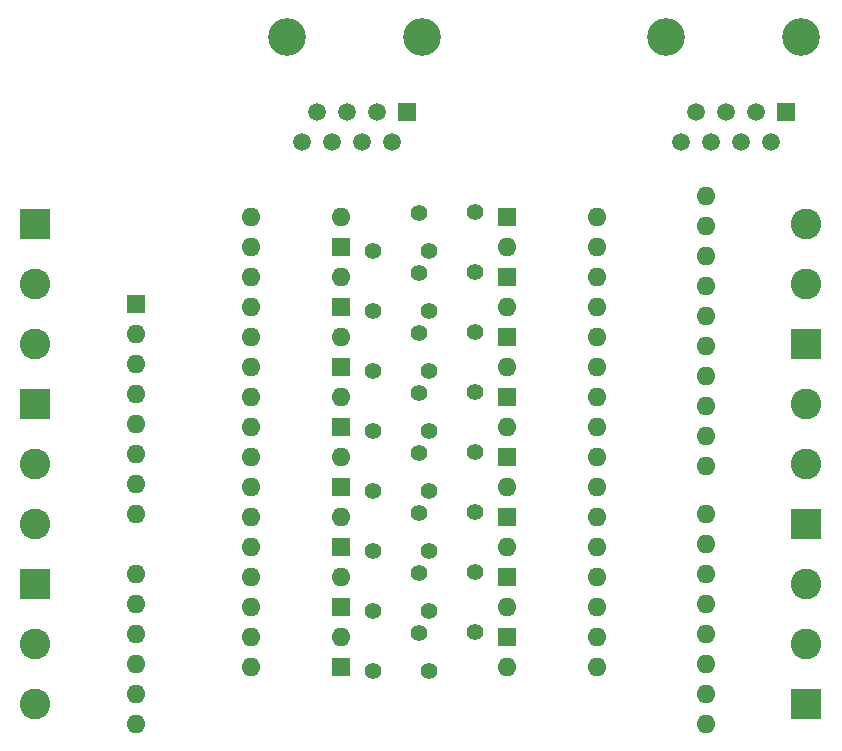
<source format=gbr>
%TF.GenerationSoftware,KiCad,Pcbnew,8.0.2*%
%TF.CreationDate,2024-05-20T23:24:51+02:00*%
%TF.ProjectId,S88_UNO_SHIELD,5338385f-554e-44f5-9f53-4849454c442e,rev?*%
%TF.SameCoordinates,Original*%
%TF.FileFunction,Soldermask,Bot*%
%TF.FilePolarity,Negative*%
%FSLAX46Y46*%
G04 Gerber Fmt 4.6, Leading zero omitted, Abs format (unit mm)*
G04 Created by KiCad (PCBNEW 8.0.2) date 2024-05-20 23:24:51*
%MOMM*%
%LPD*%
G01*
G04 APERTURE LIST*
G04 Aperture macros list*
%AMHorizOval*
0 Thick line with rounded ends*
0 $1 width*
0 $2 $3 position (X,Y) of the first rounded end (center of the circle)*
0 $4 $5 position (X,Y) of the second rounded end (center of the circle)*
0 Add line between two ends*
20,1,$1,$2,$3,$4,$5,0*
0 Add two circle primitives to create the rounded ends*
1,1,$1,$2,$3*
1,1,$1,$4,$5*%
G04 Aperture macros list end*
%ADD10R,1.600000X1.600000*%
%ADD11O,1.600000X1.600000*%
%ADD12C,1.400000*%
%ADD13HorizOval,1.400000X0.000000X0.000000X0.000000X0.000000X0*%
%ADD14R,2.600000X2.600000*%
%ADD15C,2.600000*%
%ADD16HorizOval,1.400000X0.000000X0.000000X0.000000X0.000000X0*%
%ADD17C,3.200000*%
%ADD18R,1.500000X1.500000*%
%ADD19C,1.500000*%
G04 APERTURE END LIST*
D10*
%TO.C,U702*%
X60800000Y-112781000D03*
D11*
X60800000Y-110241000D03*
X53180000Y-110241000D03*
X53180000Y-112781000D03*
%TD*%
D10*
%TO.C,U1402*%
X74841000Y-79756000D03*
D11*
X74841000Y-82296000D03*
X82461000Y-82296000D03*
X82461000Y-79756000D03*
%TD*%
D12*
%TO.C,R1301*%
X67368506Y-79411639D03*
D13*
X63477000Y-82677000D03*
%TD*%
D14*
%TO.C,J301*%
X34925000Y-110871000D03*
D15*
X34925000Y-115951000D03*
X34925000Y-121031000D03*
%TD*%
D10*
%TO.C,U1602*%
X74841000Y-89916000D03*
D11*
X74841000Y-92456000D03*
X82461000Y-92456000D03*
X82461000Y-89916000D03*
%TD*%
D10*
%TO.C,U1502*%
X74841000Y-84836000D03*
D11*
X74841000Y-87376000D03*
X82461000Y-87376000D03*
X82461000Y-84836000D03*
%TD*%
D12*
%TO.C,R2001*%
X68272494Y-113125361D03*
D16*
X72164000Y-109860000D03*
%TD*%
D10*
%TO.C,U2002*%
X74841000Y-110236000D03*
D11*
X74841000Y-112776000D03*
X82461000Y-112776000D03*
X82461000Y-110236000D03*
%TD*%
D14*
%TO.C,J402*%
X100203000Y-105791000D03*
D15*
X100203000Y-100711000D03*
X100203000Y-95631000D03*
%TD*%
D10*
%TO.C,U602*%
X60800000Y-117861000D03*
D11*
X60800000Y-115321000D03*
X53180000Y-115321000D03*
X53180000Y-117861000D03*
%TD*%
D10*
%TO.C,U1302*%
X60800000Y-82301000D03*
D11*
X60800000Y-79761000D03*
X53180000Y-79761000D03*
X53180000Y-82301000D03*
%TD*%
D14*
%TO.C,J303*%
X34925000Y-80391000D03*
D15*
X34925000Y-85471000D03*
X34925000Y-90551000D03*
%TD*%
D12*
%TO.C,R601*%
X67368506Y-114971639D03*
D13*
X63477000Y-118237000D03*
%TD*%
D10*
%TO.C,U802*%
X60800000Y-107701000D03*
D11*
X60800000Y-105161000D03*
X53180000Y-105161000D03*
X53180000Y-107701000D03*
%TD*%
D14*
%TO.C,J302*%
X34925000Y-95631000D03*
D15*
X34925000Y-100711000D03*
X34925000Y-105791000D03*
%TD*%
D14*
%TO.C,J401*%
X100203000Y-90551000D03*
D15*
X100203000Y-85471000D03*
X100203000Y-80391000D03*
%TD*%
D12*
%TO.C,R1401*%
X68272494Y-82645361D03*
D16*
X72164000Y-79380000D03*
%TD*%
D12*
%TO.C,R1701*%
X68272494Y-97885361D03*
D16*
X72164000Y-94620000D03*
%TD*%
D12*
%TO.C,R701*%
X67368506Y-109891639D03*
D13*
X63477000Y-113157000D03*
%TD*%
D10*
%TO.C,U1702*%
X74841000Y-94996000D03*
D11*
X74841000Y-97536000D03*
X82461000Y-97536000D03*
X82461000Y-94996000D03*
%TD*%
D17*
%TO.C,J502*%
X67655500Y-64536000D03*
X56225500Y-64536000D03*
D18*
X66385500Y-70886000D03*
D19*
X65115500Y-73426000D03*
X63845500Y-70886000D03*
X62575500Y-73426000D03*
X61305500Y-70886000D03*
X60035500Y-73426000D03*
X58765500Y-70886000D03*
X57495500Y-73426000D03*
%TD*%
D12*
%TO.C,R1501*%
X68272494Y-87725361D03*
D16*
X72164000Y-84460000D03*
%TD*%
D12*
%TO.C,R1801*%
X68272494Y-102965361D03*
D16*
X72164000Y-99700000D03*
%TD*%
D10*
%TO.C,U1902*%
X74841000Y-105156000D03*
D11*
X74841000Y-107696000D03*
X82461000Y-107696000D03*
X82461000Y-105156000D03*
%TD*%
D12*
%TO.C,R2101*%
X68272494Y-118205361D03*
D16*
X72164000Y-114940000D03*
%TD*%
D12*
%TO.C,R1001*%
X67368506Y-94651639D03*
D13*
X63477000Y-97917000D03*
%TD*%
D14*
%TO.C,J403*%
X100203000Y-121031000D03*
D15*
X100203000Y-115951000D03*
X100203000Y-110871000D03*
%TD*%
D12*
%TO.C,R1101*%
X67368506Y-89571639D03*
D13*
X63477000Y-92837000D03*
%TD*%
D10*
%TO.C,U2102*%
X74841000Y-115316000D03*
D11*
X74841000Y-117856000D03*
X82461000Y-117856000D03*
X82461000Y-115316000D03*
%TD*%
D17*
%TO.C,J501*%
X99786500Y-64536000D03*
X88356500Y-64536000D03*
D18*
X98516500Y-70886000D03*
D19*
X97246500Y-73426000D03*
X95976500Y-70886000D03*
X94706500Y-73426000D03*
X93436500Y-70886000D03*
X92166500Y-73426000D03*
X90896500Y-70886000D03*
X89626500Y-73426000D03*
%TD*%
D10*
%TO.C,U1102*%
X60800000Y-92461000D03*
D11*
X60800000Y-89921000D03*
X53180000Y-89921000D03*
X53180000Y-92461000D03*
%TD*%
D10*
%TO.C,U1002*%
X60800000Y-97541000D03*
D11*
X60800000Y-95001000D03*
X53180000Y-95001000D03*
X53180000Y-97541000D03*
%TD*%
D12*
%TO.C,R901*%
X67368506Y-99731639D03*
D13*
X63477000Y-102997000D03*
%TD*%
D12*
%TO.C,R1601*%
X68272494Y-92805361D03*
D16*
X72164000Y-89540000D03*
%TD*%
D12*
%TO.C,R801*%
X67368506Y-104811639D03*
D13*
X63477000Y-108077000D03*
%TD*%
D12*
%TO.C,R1201*%
X67368506Y-84491639D03*
D13*
X63477000Y-87757000D03*
%TD*%
D10*
%TO.C,U1202*%
X60800000Y-87381000D03*
D11*
X60800000Y-84841000D03*
X53180000Y-84841000D03*
X53180000Y-87381000D03*
%TD*%
D10*
%TO.C,U902*%
X60800000Y-102621000D03*
D11*
X60800000Y-100081000D03*
X53180000Y-100081000D03*
X53180000Y-102621000D03*
%TD*%
D12*
%TO.C,R1901*%
X68272494Y-108045361D03*
D16*
X72164000Y-104780000D03*
%TD*%
D10*
%TO.C,U1802*%
X74841000Y-100076000D03*
D11*
X74841000Y-102616000D03*
X82461000Y-102616000D03*
X82461000Y-100076000D03*
%TD*%
D10*
%TO.C,A201*%
X43434000Y-87122000D03*
D11*
X43434000Y-89662000D03*
X43434000Y-92202000D03*
X43434000Y-94742000D03*
X43434000Y-97282000D03*
X43434000Y-99822000D03*
X43434000Y-102362000D03*
X43434000Y-104902000D03*
X43434000Y-109982000D03*
X43434000Y-112522000D03*
X43434000Y-115062000D03*
X43434000Y-117602000D03*
X43434000Y-120142000D03*
X43434000Y-122682000D03*
X91694000Y-122682000D03*
X91694000Y-120142000D03*
X91694000Y-117602000D03*
X91694000Y-115062000D03*
X91694000Y-112522000D03*
X91694000Y-109982000D03*
X91694000Y-107442000D03*
X91694000Y-104902000D03*
X91694000Y-100842000D03*
X91694000Y-98302000D03*
X91694000Y-95762000D03*
X91694000Y-93222000D03*
X91694000Y-90682000D03*
X91694000Y-88142000D03*
X91694000Y-85602000D03*
X91694000Y-83062000D03*
X91694000Y-80522000D03*
X91694000Y-77982000D03*
%TD*%
M02*

</source>
